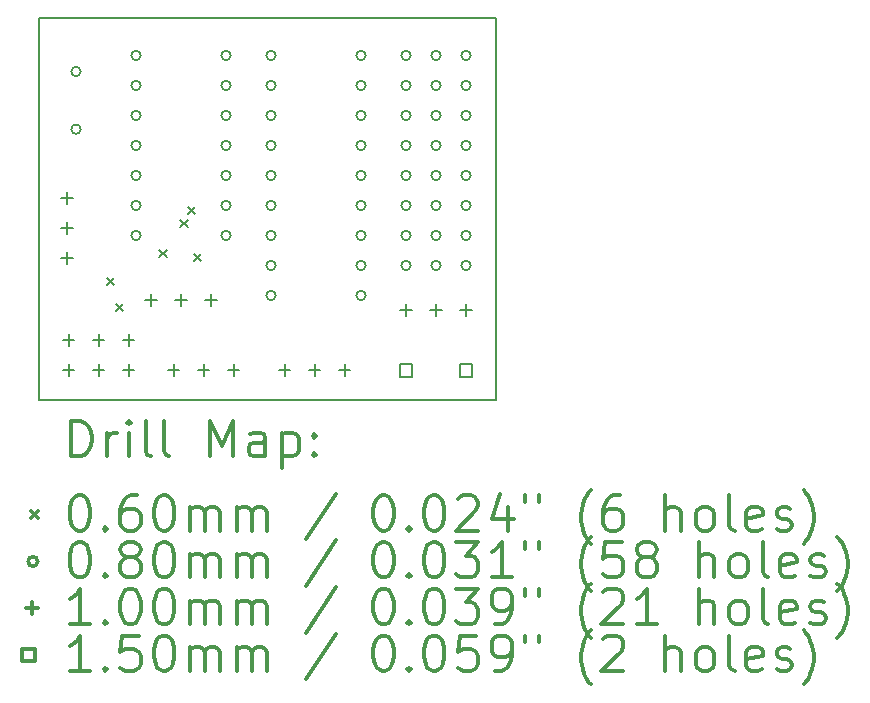
<source format=gbr>
%FSLAX45Y45*%
G04 Gerber Fmt 4.5, Leading zero omitted, Abs format (unit mm)*
G04 Created by KiCad (PCBNEW (5.0.2)-1) date 23/12/2018 14:50:54*
%MOMM*%
%LPD*%
G01*
G04 APERTURE LIST*
%ADD10C,0.150000*%
%ADD11C,0.200000*%
%ADD12C,0.300000*%
G04 APERTURE END LIST*
D10*
X13335000Y-12065000D02*
X13335000Y-8826500D01*
X17208500Y-12065000D02*
X17208500Y-8826500D01*
X17208500Y-8826500D02*
X13335000Y-8826500D01*
X13335000Y-12065000D02*
X17208500Y-12065000D01*
D11*
X13914600Y-11029700D02*
X13974600Y-11089700D01*
X13974600Y-11029700D02*
X13914600Y-11089700D01*
X13990800Y-11247600D02*
X14050800Y-11307600D01*
X14050800Y-11247600D02*
X13990800Y-11307600D01*
X14359100Y-10790401D02*
X14419100Y-10850401D01*
X14419100Y-10790401D02*
X14359100Y-10850401D01*
X14536900Y-10536400D02*
X14596900Y-10596400D01*
X14596900Y-10536400D02*
X14536900Y-10596400D01*
X14601468Y-10426257D02*
X14661468Y-10486257D01*
X14661468Y-10426257D02*
X14601468Y-10486257D01*
X14651200Y-10828500D02*
X14711200Y-10888500D01*
X14711200Y-10828500D02*
X14651200Y-10888500D01*
X16994500Y-9144000D02*
G75*
G03X16994500Y-9144000I-40000J0D01*
G01*
X16994500Y-9398000D02*
G75*
G03X16994500Y-9398000I-40000J0D01*
G01*
X16994500Y-9652000D02*
G75*
G03X16994500Y-9652000I-40000J0D01*
G01*
X16994500Y-9906000D02*
G75*
G03X16994500Y-9906000I-40000J0D01*
G01*
X16994500Y-10160000D02*
G75*
G03X16994500Y-10160000I-40000J0D01*
G01*
X16994500Y-10414000D02*
G75*
G03X16994500Y-10414000I-40000J0D01*
G01*
X16994500Y-10668000D02*
G75*
G03X16994500Y-10668000I-40000J0D01*
G01*
X16994500Y-10922000D02*
G75*
G03X16994500Y-10922000I-40000J0D01*
G01*
X16740500Y-9144000D02*
G75*
G03X16740500Y-9144000I-40000J0D01*
G01*
X16740500Y-9398000D02*
G75*
G03X16740500Y-9398000I-40000J0D01*
G01*
X16740500Y-9652000D02*
G75*
G03X16740500Y-9652000I-40000J0D01*
G01*
X16740500Y-9906000D02*
G75*
G03X16740500Y-9906000I-40000J0D01*
G01*
X16740500Y-10160000D02*
G75*
G03X16740500Y-10160000I-40000J0D01*
G01*
X16740500Y-10414000D02*
G75*
G03X16740500Y-10414000I-40000J0D01*
G01*
X16740500Y-10668000D02*
G75*
G03X16740500Y-10668000I-40000J0D01*
G01*
X16740500Y-10922000D02*
G75*
G03X16740500Y-10922000I-40000J0D01*
G01*
X14200500Y-9144000D02*
G75*
G03X14200500Y-9144000I-40000J0D01*
G01*
X14200500Y-9398000D02*
G75*
G03X14200500Y-9398000I-40000J0D01*
G01*
X14200500Y-9652000D02*
G75*
G03X14200500Y-9652000I-40000J0D01*
G01*
X14200500Y-9906000D02*
G75*
G03X14200500Y-9906000I-40000J0D01*
G01*
X14200500Y-10160000D02*
G75*
G03X14200500Y-10160000I-40000J0D01*
G01*
X14200500Y-10414000D02*
G75*
G03X14200500Y-10414000I-40000J0D01*
G01*
X14200500Y-10668000D02*
G75*
G03X14200500Y-10668000I-40000J0D01*
G01*
X14962500Y-9144000D02*
G75*
G03X14962500Y-9144000I-40000J0D01*
G01*
X14962500Y-9398000D02*
G75*
G03X14962500Y-9398000I-40000J0D01*
G01*
X14962500Y-9652000D02*
G75*
G03X14962500Y-9652000I-40000J0D01*
G01*
X14962500Y-9906000D02*
G75*
G03X14962500Y-9906000I-40000J0D01*
G01*
X14962500Y-10160000D02*
G75*
G03X14962500Y-10160000I-40000J0D01*
G01*
X14962500Y-10414000D02*
G75*
G03X14962500Y-10414000I-40000J0D01*
G01*
X14962500Y-10668000D02*
G75*
G03X14962500Y-10668000I-40000J0D01*
G01*
X16486500Y-9144000D02*
G75*
G03X16486500Y-9144000I-40000J0D01*
G01*
X16486500Y-9398000D02*
G75*
G03X16486500Y-9398000I-40000J0D01*
G01*
X16486500Y-9652000D02*
G75*
G03X16486500Y-9652000I-40000J0D01*
G01*
X16486500Y-9906000D02*
G75*
G03X16486500Y-9906000I-40000J0D01*
G01*
X16486500Y-10160000D02*
G75*
G03X16486500Y-10160000I-40000J0D01*
G01*
X16486500Y-10414000D02*
G75*
G03X16486500Y-10414000I-40000J0D01*
G01*
X16486500Y-10668000D02*
G75*
G03X16486500Y-10668000I-40000J0D01*
G01*
X16486500Y-10922000D02*
G75*
G03X16486500Y-10922000I-40000J0D01*
G01*
X13692500Y-9281000D02*
G75*
G03X13692500Y-9281000I-40000J0D01*
G01*
X13692500Y-9769000D02*
G75*
G03X13692500Y-9769000I-40000J0D01*
G01*
X15343500Y-9144000D02*
G75*
G03X15343500Y-9144000I-40000J0D01*
G01*
X15343500Y-9398000D02*
G75*
G03X15343500Y-9398000I-40000J0D01*
G01*
X15343500Y-9652000D02*
G75*
G03X15343500Y-9652000I-40000J0D01*
G01*
X15343500Y-9906000D02*
G75*
G03X15343500Y-9906000I-40000J0D01*
G01*
X15343500Y-10160000D02*
G75*
G03X15343500Y-10160000I-40000J0D01*
G01*
X15343500Y-10414000D02*
G75*
G03X15343500Y-10414000I-40000J0D01*
G01*
X15343500Y-10668000D02*
G75*
G03X15343500Y-10668000I-40000J0D01*
G01*
X15343500Y-10922000D02*
G75*
G03X15343500Y-10922000I-40000J0D01*
G01*
X15343500Y-11176000D02*
G75*
G03X15343500Y-11176000I-40000J0D01*
G01*
X16105500Y-9144000D02*
G75*
G03X16105500Y-9144000I-40000J0D01*
G01*
X16105500Y-9398000D02*
G75*
G03X16105500Y-9398000I-40000J0D01*
G01*
X16105500Y-9652000D02*
G75*
G03X16105500Y-9652000I-40000J0D01*
G01*
X16105500Y-9906000D02*
G75*
G03X16105500Y-9906000I-40000J0D01*
G01*
X16105500Y-10160000D02*
G75*
G03X16105500Y-10160000I-40000J0D01*
G01*
X16105500Y-10414000D02*
G75*
G03X16105500Y-10414000I-40000J0D01*
G01*
X16105500Y-10668000D02*
G75*
G03X16105500Y-10668000I-40000J0D01*
G01*
X16105500Y-10922000D02*
G75*
G03X16105500Y-10922000I-40000J0D01*
G01*
X16105500Y-11176000D02*
G75*
G03X16105500Y-11176000I-40000J0D01*
G01*
X14478000Y-11761000D02*
X14478000Y-11861000D01*
X14428000Y-11811000D02*
X14528000Y-11811000D01*
X14732000Y-11761000D02*
X14732000Y-11861000D01*
X14682000Y-11811000D02*
X14782000Y-11811000D01*
X14986000Y-11761000D02*
X14986000Y-11861000D01*
X14936000Y-11811000D02*
X15036000Y-11811000D01*
X13576300Y-10300500D02*
X13576300Y-10400500D01*
X13526300Y-10350500D02*
X13626300Y-10350500D01*
X13576300Y-10554500D02*
X13576300Y-10654500D01*
X13526300Y-10604500D02*
X13626300Y-10604500D01*
X13576300Y-10808500D02*
X13576300Y-10908500D01*
X13526300Y-10858500D02*
X13626300Y-10858500D01*
X14287500Y-11164100D02*
X14287500Y-11264100D01*
X14237500Y-11214100D02*
X14337500Y-11214100D01*
X14541500Y-11164100D02*
X14541500Y-11264100D01*
X14491500Y-11214100D02*
X14591500Y-11214100D01*
X14795500Y-11164100D02*
X14795500Y-11264100D01*
X14745500Y-11214100D02*
X14845500Y-11214100D01*
X16446500Y-11253000D02*
X16446500Y-11353000D01*
X16396500Y-11303000D02*
X16496500Y-11303000D01*
X16700500Y-11253000D02*
X16700500Y-11353000D01*
X16650500Y-11303000D02*
X16750500Y-11303000D01*
X16954500Y-11253000D02*
X16954500Y-11353000D01*
X16904500Y-11303000D02*
X17004500Y-11303000D01*
X15417800Y-11761000D02*
X15417800Y-11861000D01*
X15367800Y-11811000D02*
X15467800Y-11811000D01*
X15671800Y-11761000D02*
X15671800Y-11861000D01*
X15621800Y-11811000D02*
X15721800Y-11811000D01*
X15925800Y-11761000D02*
X15925800Y-11861000D01*
X15875800Y-11811000D02*
X15975800Y-11811000D01*
X13589000Y-11507000D02*
X13589000Y-11607000D01*
X13539000Y-11557000D02*
X13639000Y-11557000D01*
X13589000Y-11761000D02*
X13589000Y-11861000D01*
X13539000Y-11811000D02*
X13639000Y-11811000D01*
X13843000Y-11507000D02*
X13843000Y-11607000D01*
X13793000Y-11557000D02*
X13893000Y-11557000D01*
X13843000Y-11761000D02*
X13843000Y-11861000D01*
X13793000Y-11811000D02*
X13893000Y-11811000D01*
X14097000Y-11507000D02*
X14097000Y-11607000D01*
X14047000Y-11557000D02*
X14147000Y-11557000D01*
X14097000Y-11761000D02*
X14097000Y-11861000D01*
X14047000Y-11811000D02*
X14147000Y-11811000D01*
X16499533Y-11864033D02*
X16499533Y-11757966D01*
X16393466Y-11757966D01*
X16393466Y-11864033D01*
X16499533Y-11864033D01*
X17007534Y-11864033D02*
X17007534Y-11757966D01*
X16901467Y-11757966D01*
X16901467Y-11864033D01*
X17007534Y-11864033D01*
D12*
X13613928Y-12538214D02*
X13613928Y-12238214D01*
X13685357Y-12238214D01*
X13728214Y-12252500D01*
X13756786Y-12281071D01*
X13771071Y-12309643D01*
X13785357Y-12366786D01*
X13785357Y-12409643D01*
X13771071Y-12466786D01*
X13756786Y-12495357D01*
X13728214Y-12523929D01*
X13685357Y-12538214D01*
X13613928Y-12538214D01*
X13913928Y-12538214D02*
X13913928Y-12338214D01*
X13913928Y-12395357D02*
X13928214Y-12366786D01*
X13942500Y-12352500D01*
X13971071Y-12338214D01*
X13999643Y-12338214D01*
X14099643Y-12538214D02*
X14099643Y-12338214D01*
X14099643Y-12238214D02*
X14085357Y-12252500D01*
X14099643Y-12266786D01*
X14113928Y-12252500D01*
X14099643Y-12238214D01*
X14099643Y-12266786D01*
X14285357Y-12538214D02*
X14256786Y-12523929D01*
X14242500Y-12495357D01*
X14242500Y-12238214D01*
X14442500Y-12538214D02*
X14413928Y-12523929D01*
X14399643Y-12495357D01*
X14399643Y-12238214D01*
X14785357Y-12538214D02*
X14785357Y-12238214D01*
X14885357Y-12452500D01*
X14985357Y-12238214D01*
X14985357Y-12538214D01*
X15256786Y-12538214D02*
X15256786Y-12381071D01*
X15242500Y-12352500D01*
X15213928Y-12338214D01*
X15156786Y-12338214D01*
X15128214Y-12352500D01*
X15256786Y-12523929D02*
X15228214Y-12538214D01*
X15156786Y-12538214D01*
X15128214Y-12523929D01*
X15113928Y-12495357D01*
X15113928Y-12466786D01*
X15128214Y-12438214D01*
X15156786Y-12423929D01*
X15228214Y-12423929D01*
X15256786Y-12409643D01*
X15399643Y-12338214D02*
X15399643Y-12638214D01*
X15399643Y-12352500D02*
X15428214Y-12338214D01*
X15485357Y-12338214D01*
X15513928Y-12352500D01*
X15528214Y-12366786D01*
X15542500Y-12395357D01*
X15542500Y-12481071D01*
X15528214Y-12509643D01*
X15513928Y-12523929D01*
X15485357Y-12538214D01*
X15428214Y-12538214D01*
X15399643Y-12523929D01*
X15671071Y-12509643D02*
X15685357Y-12523929D01*
X15671071Y-12538214D01*
X15656786Y-12523929D01*
X15671071Y-12509643D01*
X15671071Y-12538214D01*
X15671071Y-12352500D02*
X15685357Y-12366786D01*
X15671071Y-12381071D01*
X15656786Y-12366786D01*
X15671071Y-12352500D01*
X15671071Y-12381071D01*
X13267500Y-13002500D02*
X13327500Y-13062500D01*
X13327500Y-13002500D02*
X13267500Y-13062500D01*
X13671071Y-12868214D02*
X13699643Y-12868214D01*
X13728214Y-12882500D01*
X13742500Y-12896786D01*
X13756786Y-12925357D01*
X13771071Y-12982500D01*
X13771071Y-13053929D01*
X13756786Y-13111071D01*
X13742500Y-13139643D01*
X13728214Y-13153929D01*
X13699643Y-13168214D01*
X13671071Y-13168214D01*
X13642500Y-13153929D01*
X13628214Y-13139643D01*
X13613928Y-13111071D01*
X13599643Y-13053929D01*
X13599643Y-12982500D01*
X13613928Y-12925357D01*
X13628214Y-12896786D01*
X13642500Y-12882500D01*
X13671071Y-12868214D01*
X13899643Y-13139643D02*
X13913928Y-13153929D01*
X13899643Y-13168214D01*
X13885357Y-13153929D01*
X13899643Y-13139643D01*
X13899643Y-13168214D01*
X14171071Y-12868214D02*
X14113928Y-12868214D01*
X14085357Y-12882500D01*
X14071071Y-12896786D01*
X14042500Y-12939643D01*
X14028214Y-12996786D01*
X14028214Y-13111071D01*
X14042500Y-13139643D01*
X14056786Y-13153929D01*
X14085357Y-13168214D01*
X14142500Y-13168214D01*
X14171071Y-13153929D01*
X14185357Y-13139643D01*
X14199643Y-13111071D01*
X14199643Y-13039643D01*
X14185357Y-13011071D01*
X14171071Y-12996786D01*
X14142500Y-12982500D01*
X14085357Y-12982500D01*
X14056786Y-12996786D01*
X14042500Y-13011071D01*
X14028214Y-13039643D01*
X14385357Y-12868214D02*
X14413928Y-12868214D01*
X14442500Y-12882500D01*
X14456786Y-12896786D01*
X14471071Y-12925357D01*
X14485357Y-12982500D01*
X14485357Y-13053929D01*
X14471071Y-13111071D01*
X14456786Y-13139643D01*
X14442500Y-13153929D01*
X14413928Y-13168214D01*
X14385357Y-13168214D01*
X14356786Y-13153929D01*
X14342500Y-13139643D01*
X14328214Y-13111071D01*
X14313928Y-13053929D01*
X14313928Y-12982500D01*
X14328214Y-12925357D01*
X14342500Y-12896786D01*
X14356786Y-12882500D01*
X14385357Y-12868214D01*
X14613928Y-13168214D02*
X14613928Y-12968214D01*
X14613928Y-12996786D02*
X14628214Y-12982500D01*
X14656786Y-12968214D01*
X14699643Y-12968214D01*
X14728214Y-12982500D01*
X14742500Y-13011071D01*
X14742500Y-13168214D01*
X14742500Y-13011071D02*
X14756786Y-12982500D01*
X14785357Y-12968214D01*
X14828214Y-12968214D01*
X14856786Y-12982500D01*
X14871071Y-13011071D01*
X14871071Y-13168214D01*
X15013928Y-13168214D02*
X15013928Y-12968214D01*
X15013928Y-12996786D02*
X15028214Y-12982500D01*
X15056786Y-12968214D01*
X15099643Y-12968214D01*
X15128214Y-12982500D01*
X15142500Y-13011071D01*
X15142500Y-13168214D01*
X15142500Y-13011071D02*
X15156786Y-12982500D01*
X15185357Y-12968214D01*
X15228214Y-12968214D01*
X15256786Y-12982500D01*
X15271071Y-13011071D01*
X15271071Y-13168214D01*
X15856786Y-12853929D02*
X15599643Y-13239643D01*
X16242500Y-12868214D02*
X16271071Y-12868214D01*
X16299643Y-12882500D01*
X16313928Y-12896786D01*
X16328214Y-12925357D01*
X16342500Y-12982500D01*
X16342500Y-13053929D01*
X16328214Y-13111071D01*
X16313928Y-13139643D01*
X16299643Y-13153929D01*
X16271071Y-13168214D01*
X16242500Y-13168214D01*
X16213928Y-13153929D01*
X16199643Y-13139643D01*
X16185357Y-13111071D01*
X16171071Y-13053929D01*
X16171071Y-12982500D01*
X16185357Y-12925357D01*
X16199643Y-12896786D01*
X16213928Y-12882500D01*
X16242500Y-12868214D01*
X16471071Y-13139643D02*
X16485357Y-13153929D01*
X16471071Y-13168214D01*
X16456786Y-13153929D01*
X16471071Y-13139643D01*
X16471071Y-13168214D01*
X16671071Y-12868214D02*
X16699643Y-12868214D01*
X16728214Y-12882500D01*
X16742500Y-12896786D01*
X16756786Y-12925357D01*
X16771071Y-12982500D01*
X16771071Y-13053929D01*
X16756786Y-13111071D01*
X16742500Y-13139643D01*
X16728214Y-13153929D01*
X16699643Y-13168214D01*
X16671071Y-13168214D01*
X16642500Y-13153929D01*
X16628214Y-13139643D01*
X16613928Y-13111071D01*
X16599643Y-13053929D01*
X16599643Y-12982500D01*
X16613928Y-12925357D01*
X16628214Y-12896786D01*
X16642500Y-12882500D01*
X16671071Y-12868214D01*
X16885357Y-12896786D02*
X16899643Y-12882500D01*
X16928214Y-12868214D01*
X16999643Y-12868214D01*
X17028214Y-12882500D01*
X17042500Y-12896786D01*
X17056786Y-12925357D01*
X17056786Y-12953929D01*
X17042500Y-12996786D01*
X16871071Y-13168214D01*
X17056786Y-13168214D01*
X17313928Y-12968214D02*
X17313928Y-13168214D01*
X17242500Y-12853929D02*
X17171071Y-13068214D01*
X17356786Y-13068214D01*
X17456786Y-12868214D02*
X17456786Y-12925357D01*
X17571071Y-12868214D02*
X17571071Y-12925357D01*
X18013928Y-13282500D02*
X17999643Y-13268214D01*
X17971071Y-13225357D01*
X17956786Y-13196786D01*
X17942500Y-13153929D01*
X17928214Y-13082500D01*
X17928214Y-13025357D01*
X17942500Y-12953929D01*
X17956786Y-12911071D01*
X17971071Y-12882500D01*
X17999643Y-12839643D01*
X18013928Y-12825357D01*
X18256786Y-12868214D02*
X18199643Y-12868214D01*
X18171071Y-12882500D01*
X18156786Y-12896786D01*
X18128214Y-12939643D01*
X18113928Y-12996786D01*
X18113928Y-13111071D01*
X18128214Y-13139643D01*
X18142500Y-13153929D01*
X18171071Y-13168214D01*
X18228214Y-13168214D01*
X18256786Y-13153929D01*
X18271071Y-13139643D01*
X18285357Y-13111071D01*
X18285357Y-13039643D01*
X18271071Y-13011071D01*
X18256786Y-12996786D01*
X18228214Y-12982500D01*
X18171071Y-12982500D01*
X18142500Y-12996786D01*
X18128214Y-13011071D01*
X18113928Y-13039643D01*
X18642500Y-13168214D02*
X18642500Y-12868214D01*
X18771071Y-13168214D02*
X18771071Y-13011071D01*
X18756786Y-12982500D01*
X18728214Y-12968214D01*
X18685357Y-12968214D01*
X18656786Y-12982500D01*
X18642500Y-12996786D01*
X18956786Y-13168214D02*
X18928214Y-13153929D01*
X18913928Y-13139643D01*
X18899643Y-13111071D01*
X18899643Y-13025357D01*
X18913928Y-12996786D01*
X18928214Y-12982500D01*
X18956786Y-12968214D01*
X18999643Y-12968214D01*
X19028214Y-12982500D01*
X19042500Y-12996786D01*
X19056786Y-13025357D01*
X19056786Y-13111071D01*
X19042500Y-13139643D01*
X19028214Y-13153929D01*
X18999643Y-13168214D01*
X18956786Y-13168214D01*
X19228214Y-13168214D02*
X19199643Y-13153929D01*
X19185357Y-13125357D01*
X19185357Y-12868214D01*
X19456786Y-13153929D02*
X19428214Y-13168214D01*
X19371071Y-13168214D01*
X19342500Y-13153929D01*
X19328214Y-13125357D01*
X19328214Y-13011071D01*
X19342500Y-12982500D01*
X19371071Y-12968214D01*
X19428214Y-12968214D01*
X19456786Y-12982500D01*
X19471071Y-13011071D01*
X19471071Y-13039643D01*
X19328214Y-13068214D01*
X19585357Y-13153929D02*
X19613928Y-13168214D01*
X19671071Y-13168214D01*
X19699643Y-13153929D01*
X19713928Y-13125357D01*
X19713928Y-13111071D01*
X19699643Y-13082500D01*
X19671071Y-13068214D01*
X19628214Y-13068214D01*
X19599643Y-13053929D01*
X19585357Y-13025357D01*
X19585357Y-13011071D01*
X19599643Y-12982500D01*
X19628214Y-12968214D01*
X19671071Y-12968214D01*
X19699643Y-12982500D01*
X19813928Y-13282500D02*
X19828214Y-13268214D01*
X19856786Y-13225357D01*
X19871071Y-13196786D01*
X19885357Y-13153929D01*
X19899643Y-13082500D01*
X19899643Y-13025357D01*
X19885357Y-12953929D01*
X19871071Y-12911071D01*
X19856786Y-12882500D01*
X19828214Y-12839643D01*
X19813928Y-12825357D01*
X13327500Y-13428500D02*
G75*
G03X13327500Y-13428500I-40000J0D01*
G01*
X13671071Y-13264214D02*
X13699643Y-13264214D01*
X13728214Y-13278500D01*
X13742500Y-13292786D01*
X13756786Y-13321357D01*
X13771071Y-13378500D01*
X13771071Y-13449929D01*
X13756786Y-13507071D01*
X13742500Y-13535643D01*
X13728214Y-13549929D01*
X13699643Y-13564214D01*
X13671071Y-13564214D01*
X13642500Y-13549929D01*
X13628214Y-13535643D01*
X13613928Y-13507071D01*
X13599643Y-13449929D01*
X13599643Y-13378500D01*
X13613928Y-13321357D01*
X13628214Y-13292786D01*
X13642500Y-13278500D01*
X13671071Y-13264214D01*
X13899643Y-13535643D02*
X13913928Y-13549929D01*
X13899643Y-13564214D01*
X13885357Y-13549929D01*
X13899643Y-13535643D01*
X13899643Y-13564214D01*
X14085357Y-13392786D02*
X14056786Y-13378500D01*
X14042500Y-13364214D01*
X14028214Y-13335643D01*
X14028214Y-13321357D01*
X14042500Y-13292786D01*
X14056786Y-13278500D01*
X14085357Y-13264214D01*
X14142500Y-13264214D01*
X14171071Y-13278500D01*
X14185357Y-13292786D01*
X14199643Y-13321357D01*
X14199643Y-13335643D01*
X14185357Y-13364214D01*
X14171071Y-13378500D01*
X14142500Y-13392786D01*
X14085357Y-13392786D01*
X14056786Y-13407071D01*
X14042500Y-13421357D01*
X14028214Y-13449929D01*
X14028214Y-13507071D01*
X14042500Y-13535643D01*
X14056786Y-13549929D01*
X14085357Y-13564214D01*
X14142500Y-13564214D01*
X14171071Y-13549929D01*
X14185357Y-13535643D01*
X14199643Y-13507071D01*
X14199643Y-13449929D01*
X14185357Y-13421357D01*
X14171071Y-13407071D01*
X14142500Y-13392786D01*
X14385357Y-13264214D02*
X14413928Y-13264214D01*
X14442500Y-13278500D01*
X14456786Y-13292786D01*
X14471071Y-13321357D01*
X14485357Y-13378500D01*
X14485357Y-13449929D01*
X14471071Y-13507071D01*
X14456786Y-13535643D01*
X14442500Y-13549929D01*
X14413928Y-13564214D01*
X14385357Y-13564214D01*
X14356786Y-13549929D01*
X14342500Y-13535643D01*
X14328214Y-13507071D01*
X14313928Y-13449929D01*
X14313928Y-13378500D01*
X14328214Y-13321357D01*
X14342500Y-13292786D01*
X14356786Y-13278500D01*
X14385357Y-13264214D01*
X14613928Y-13564214D02*
X14613928Y-13364214D01*
X14613928Y-13392786D02*
X14628214Y-13378500D01*
X14656786Y-13364214D01*
X14699643Y-13364214D01*
X14728214Y-13378500D01*
X14742500Y-13407071D01*
X14742500Y-13564214D01*
X14742500Y-13407071D02*
X14756786Y-13378500D01*
X14785357Y-13364214D01*
X14828214Y-13364214D01*
X14856786Y-13378500D01*
X14871071Y-13407071D01*
X14871071Y-13564214D01*
X15013928Y-13564214D02*
X15013928Y-13364214D01*
X15013928Y-13392786D02*
X15028214Y-13378500D01*
X15056786Y-13364214D01*
X15099643Y-13364214D01*
X15128214Y-13378500D01*
X15142500Y-13407071D01*
X15142500Y-13564214D01*
X15142500Y-13407071D02*
X15156786Y-13378500D01*
X15185357Y-13364214D01*
X15228214Y-13364214D01*
X15256786Y-13378500D01*
X15271071Y-13407071D01*
X15271071Y-13564214D01*
X15856786Y-13249929D02*
X15599643Y-13635643D01*
X16242500Y-13264214D02*
X16271071Y-13264214D01*
X16299643Y-13278500D01*
X16313928Y-13292786D01*
X16328214Y-13321357D01*
X16342500Y-13378500D01*
X16342500Y-13449929D01*
X16328214Y-13507071D01*
X16313928Y-13535643D01*
X16299643Y-13549929D01*
X16271071Y-13564214D01*
X16242500Y-13564214D01*
X16213928Y-13549929D01*
X16199643Y-13535643D01*
X16185357Y-13507071D01*
X16171071Y-13449929D01*
X16171071Y-13378500D01*
X16185357Y-13321357D01*
X16199643Y-13292786D01*
X16213928Y-13278500D01*
X16242500Y-13264214D01*
X16471071Y-13535643D02*
X16485357Y-13549929D01*
X16471071Y-13564214D01*
X16456786Y-13549929D01*
X16471071Y-13535643D01*
X16471071Y-13564214D01*
X16671071Y-13264214D02*
X16699643Y-13264214D01*
X16728214Y-13278500D01*
X16742500Y-13292786D01*
X16756786Y-13321357D01*
X16771071Y-13378500D01*
X16771071Y-13449929D01*
X16756786Y-13507071D01*
X16742500Y-13535643D01*
X16728214Y-13549929D01*
X16699643Y-13564214D01*
X16671071Y-13564214D01*
X16642500Y-13549929D01*
X16628214Y-13535643D01*
X16613928Y-13507071D01*
X16599643Y-13449929D01*
X16599643Y-13378500D01*
X16613928Y-13321357D01*
X16628214Y-13292786D01*
X16642500Y-13278500D01*
X16671071Y-13264214D01*
X16871071Y-13264214D02*
X17056786Y-13264214D01*
X16956786Y-13378500D01*
X16999643Y-13378500D01*
X17028214Y-13392786D01*
X17042500Y-13407071D01*
X17056786Y-13435643D01*
X17056786Y-13507071D01*
X17042500Y-13535643D01*
X17028214Y-13549929D01*
X16999643Y-13564214D01*
X16913928Y-13564214D01*
X16885357Y-13549929D01*
X16871071Y-13535643D01*
X17342500Y-13564214D02*
X17171071Y-13564214D01*
X17256786Y-13564214D02*
X17256786Y-13264214D01*
X17228214Y-13307071D01*
X17199643Y-13335643D01*
X17171071Y-13349929D01*
X17456786Y-13264214D02*
X17456786Y-13321357D01*
X17571071Y-13264214D02*
X17571071Y-13321357D01*
X18013928Y-13678500D02*
X17999643Y-13664214D01*
X17971071Y-13621357D01*
X17956786Y-13592786D01*
X17942500Y-13549929D01*
X17928214Y-13478500D01*
X17928214Y-13421357D01*
X17942500Y-13349929D01*
X17956786Y-13307071D01*
X17971071Y-13278500D01*
X17999643Y-13235643D01*
X18013928Y-13221357D01*
X18271071Y-13264214D02*
X18128214Y-13264214D01*
X18113928Y-13407071D01*
X18128214Y-13392786D01*
X18156786Y-13378500D01*
X18228214Y-13378500D01*
X18256786Y-13392786D01*
X18271071Y-13407071D01*
X18285357Y-13435643D01*
X18285357Y-13507071D01*
X18271071Y-13535643D01*
X18256786Y-13549929D01*
X18228214Y-13564214D01*
X18156786Y-13564214D01*
X18128214Y-13549929D01*
X18113928Y-13535643D01*
X18456786Y-13392786D02*
X18428214Y-13378500D01*
X18413928Y-13364214D01*
X18399643Y-13335643D01*
X18399643Y-13321357D01*
X18413928Y-13292786D01*
X18428214Y-13278500D01*
X18456786Y-13264214D01*
X18513928Y-13264214D01*
X18542500Y-13278500D01*
X18556786Y-13292786D01*
X18571071Y-13321357D01*
X18571071Y-13335643D01*
X18556786Y-13364214D01*
X18542500Y-13378500D01*
X18513928Y-13392786D01*
X18456786Y-13392786D01*
X18428214Y-13407071D01*
X18413928Y-13421357D01*
X18399643Y-13449929D01*
X18399643Y-13507071D01*
X18413928Y-13535643D01*
X18428214Y-13549929D01*
X18456786Y-13564214D01*
X18513928Y-13564214D01*
X18542500Y-13549929D01*
X18556786Y-13535643D01*
X18571071Y-13507071D01*
X18571071Y-13449929D01*
X18556786Y-13421357D01*
X18542500Y-13407071D01*
X18513928Y-13392786D01*
X18928214Y-13564214D02*
X18928214Y-13264214D01*
X19056786Y-13564214D02*
X19056786Y-13407071D01*
X19042500Y-13378500D01*
X19013928Y-13364214D01*
X18971071Y-13364214D01*
X18942500Y-13378500D01*
X18928214Y-13392786D01*
X19242500Y-13564214D02*
X19213928Y-13549929D01*
X19199643Y-13535643D01*
X19185357Y-13507071D01*
X19185357Y-13421357D01*
X19199643Y-13392786D01*
X19213928Y-13378500D01*
X19242500Y-13364214D01*
X19285357Y-13364214D01*
X19313928Y-13378500D01*
X19328214Y-13392786D01*
X19342500Y-13421357D01*
X19342500Y-13507071D01*
X19328214Y-13535643D01*
X19313928Y-13549929D01*
X19285357Y-13564214D01*
X19242500Y-13564214D01*
X19513928Y-13564214D02*
X19485357Y-13549929D01*
X19471071Y-13521357D01*
X19471071Y-13264214D01*
X19742500Y-13549929D02*
X19713928Y-13564214D01*
X19656786Y-13564214D01*
X19628214Y-13549929D01*
X19613928Y-13521357D01*
X19613928Y-13407071D01*
X19628214Y-13378500D01*
X19656786Y-13364214D01*
X19713928Y-13364214D01*
X19742500Y-13378500D01*
X19756786Y-13407071D01*
X19756786Y-13435643D01*
X19613928Y-13464214D01*
X19871071Y-13549929D02*
X19899643Y-13564214D01*
X19956786Y-13564214D01*
X19985357Y-13549929D01*
X19999643Y-13521357D01*
X19999643Y-13507071D01*
X19985357Y-13478500D01*
X19956786Y-13464214D01*
X19913928Y-13464214D01*
X19885357Y-13449929D01*
X19871071Y-13421357D01*
X19871071Y-13407071D01*
X19885357Y-13378500D01*
X19913928Y-13364214D01*
X19956786Y-13364214D01*
X19985357Y-13378500D01*
X20099643Y-13678500D02*
X20113928Y-13664214D01*
X20142500Y-13621357D01*
X20156786Y-13592786D01*
X20171071Y-13549929D01*
X20185357Y-13478500D01*
X20185357Y-13421357D01*
X20171071Y-13349929D01*
X20156786Y-13307071D01*
X20142500Y-13278500D01*
X20113928Y-13235643D01*
X20099643Y-13221357D01*
X13277500Y-13774500D02*
X13277500Y-13874500D01*
X13227500Y-13824500D02*
X13327500Y-13824500D01*
X13771071Y-13960214D02*
X13599643Y-13960214D01*
X13685357Y-13960214D02*
X13685357Y-13660214D01*
X13656786Y-13703071D01*
X13628214Y-13731643D01*
X13599643Y-13745929D01*
X13899643Y-13931643D02*
X13913928Y-13945929D01*
X13899643Y-13960214D01*
X13885357Y-13945929D01*
X13899643Y-13931643D01*
X13899643Y-13960214D01*
X14099643Y-13660214D02*
X14128214Y-13660214D01*
X14156786Y-13674500D01*
X14171071Y-13688786D01*
X14185357Y-13717357D01*
X14199643Y-13774500D01*
X14199643Y-13845929D01*
X14185357Y-13903071D01*
X14171071Y-13931643D01*
X14156786Y-13945929D01*
X14128214Y-13960214D01*
X14099643Y-13960214D01*
X14071071Y-13945929D01*
X14056786Y-13931643D01*
X14042500Y-13903071D01*
X14028214Y-13845929D01*
X14028214Y-13774500D01*
X14042500Y-13717357D01*
X14056786Y-13688786D01*
X14071071Y-13674500D01*
X14099643Y-13660214D01*
X14385357Y-13660214D02*
X14413928Y-13660214D01*
X14442500Y-13674500D01*
X14456786Y-13688786D01*
X14471071Y-13717357D01*
X14485357Y-13774500D01*
X14485357Y-13845929D01*
X14471071Y-13903071D01*
X14456786Y-13931643D01*
X14442500Y-13945929D01*
X14413928Y-13960214D01*
X14385357Y-13960214D01*
X14356786Y-13945929D01*
X14342500Y-13931643D01*
X14328214Y-13903071D01*
X14313928Y-13845929D01*
X14313928Y-13774500D01*
X14328214Y-13717357D01*
X14342500Y-13688786D01*
X14356786Y-13674500D01*
X14385357Y-13660214D01*
X14613928Y-13960214D02*
X14613928Y-13760214D01*
X14613928Y-13788786D02*
X14628214Y-13774500D01*
X14656786Y-13760214D01*
X14699643Y-13760214D01*
X14728214Y-13774500D01*
X14742500Y-13803071D01*
X14742500Y-13960214D01*
X14742500Y-13803071D02*
X14756786Y-13774500D01*
X14785357Y-13760214D01*
X14828214Y-13760214D01*
X14856786Y-13774500D01*
X14871071Y-13803071D01*
X14871071Y-13960214D01*
X15013928Y-13960214D02*
X15013928Y-13760214D01*
X15013928Y-13788786D02*
X15028214Y-13774500D01*
X15056786Y-13760214D01*
X15099643Y-13760214D01*
X15128214Y-13774500D01*
X15142500Y-13803071D01*
X15142500Y-13960214D01*
X15142500Y-13803071D02*
X15156786Y-13774500D01*
X15185357Y-13760214D01*
X15228214Y-13760214D01*
X15256786Y-13774500D01*
X15271071Y-13803071D01*
X15271071Y-13960214D01*
X15856786Y-13645929D02*
X15599643Y-14031643D01*
X16242500Y-13660214D02*
X16271071Y-13660214D01*
X16299643Y-13674500D01*
X16313928Y-13688786D01*
X16328214Y-13717357D01*
X16342500Y-13774500D01*
X16342500Y-13845929D01*
X16328214Y-13903071D01*
X16313928Y-13931643D01*
X16299643Y-13945929D01*
X16271071Y-13960214D01*
X16242500Y-13960214D01*
X16213928Y-13945929D01*
X16199643Y-13931643D01*
X16185357Y-13903071D01*
X16171071Y-13845929D01*
X16171071Y-13774500D01*
X16185357Y-13717357D01*
X16199643Y-13688786D01*
X16213928Y-13674500D01*
X16242500Y-13660214D01*
X16471071Y-13931643D02*
X16485357Y-13945929D01*
X16471071Y-13960214D01*
X16456786Y-13945929D01*
X16471071Y-13931643D01*
X16471071Y-13960214D01*
X16671071Y-13660214D02*
X16699643Y-13660214D01*
X16728214Y-13674500D01*
X16742500Y-13688786D01*
X16756786Y-13717357D01*
X16771071Y-13774500D01*
X16771071Y-13845929D01*
X16756786Y-13903071D01*
X16742500Y-13931643D01*
X16728214Y-13945929D01*
X16699643Y-13960214D01*
X16671071Y-13960214D01*
X16642500Y-13945929D01*
X16628214Y-13931643D01*
X16613928Y-13903071D01*
X16599643Y-13845929D01*
X16599643Y-13774500D01*
X16613928Y-13717357D01*
X16628214Y-13688786D01*
X16642500Y-13674500D01*
X16671071Y-13660214D01*
X16871071Y-13660214D02*
X17056786Y-13660214D01*
X16956786Y-13774500D01*
X16999643Y-13774500D01*
X17028214Y-13788786D01*
X17042500Y-13803071D01*
X17056786Y-13831643D01*
X17056786Y-13903071D01*
X17042500Y-13931643D01*
X17028214Y-13945929D01*
X16999643Y-13960214D01*
X16913928Y-13960214D01*
X16885357Y-13945929D01*
X16871071Y-13931643D01*
X17199643Y-13960214D02*
X17256786Y-13960214D01*
X17285357Y-13945929D01*
X17299643Y-13931643D01*
X17328214Y-13888786D01*
X17342500Y-13831643D01*
X17342500Y-13717357D01*
X17328214Y-13688786D01*
X17313928Y-13674500D01*
X17285357Y-13660214D01*
X17228214Y-13660214D01*
X17199643Y-13674500D01*
X17185357Y-13688786D01*
X17171071Y-13717357D01*
X17171071Y-13788786D01*
X17185357Y-13817357D01*
X17199643Y-13831643D01*
X17228214Y-13845929D01*
X17285357Y-13845929D01*
X17313928Y-13831643D01*
X17328214Y-13817357D01*
X17342500Y-13788786D01*
X17456786Y-13660214D02*
X17456786Y-13717357D01*
X17571071Y-13660214D02*
X17571071Y-13717357D01*
X18013928Y-14074500D02*
X17999643Y-14060214D01*
X17971071Y-14017357D01*
X17956786Y-13988786D01*
X17942500Y-13945929D01*
X17928214Y-13874500D01*
X17928214Y-13817357D01*
X17942500Y-13745929D01*
X17956786Y-13703071D01*
X17971071Y-13674500D01*
X17999643Y-13631643D01*
X18013928Y-13617357D01*
X18113928Y-13688786D02*
X18128214Y-13674500D01*
X18156786Y-13660214D01*
X18228214Y-13660214D01*
X18256786Y-13674500D01*
X18271071Y-13688786D01*
X18285357Y-13717357D01*
X18285357Y-13745929D01*
X18271071Y-13788786D01*
X18099643Y-13960214D01*
X18285357Y-13960214D01*
X18571071Y-13960214D02*
X18399643Y-13960214D01*
X18485357Y-13960214D02*
X18485357Y-13660214D01*
X18456786Y-13703071D01*
X18428214Y-13731643D01*
X18399643Y-13745929D01*
X18928214Y-13960214D02*
X18928214Y-13660214D01*
X19056786Y-13960214D02*
X19056786Y-13803071D01*
X19042500Y-13774500D01*
X19013928Y-13760214D01*
X18971071Y-13760214D01*
X18942500Y-13774500D01*
X18928214Y-13788786D01*
X19242500Y-13960214D02*
X19213928Y-13945929D01*
X19199643Y-13931643D01*
X19185357Y-13903071D01*
X19185357Y-13817357D01*
X19199643Y-13788786D01*
X19213928Y-13774500D01*
X19242500Y-13760214D01*
X19285357Y-13760214D01*
X19313928Y-13774500D01*
X19328214Y-13788786D01*
X19342500Y-13817357D01*
X19342500Y-13903071D01*
X19328214Y-13931643D01*
X19313928Y-13945929D01*
X19285357Y-13960214D01*
X19242500Y-13960214D01*
X19513928Y-13960214D02*
X19485357Y-13945929D01*
X19471071Y-13917357D01*
X19471071Y-13660214D01*
X19742500Y-13945929D02*
X19713928Y-13960214D01*
X19656786Y-13960214D01*
X19628214Y-13945929D01*
X19613928Y-13917357D01*
X19613928Y-13803071D01*
X19628214Y-13774500D01*
X19656786Y-13760214D01*
X19713928Y-13760214D01*
X19742500Y-13774500D01*
X19756786Y-13803071D01*
X19756786Y-13831643D01*
X19613928Y-13860214D01*
X19871071Y-13945929D02*
X19899643Y-13960214D01*
X19956786Y-13960214D01*
X19985357Y-13945929D01*
X19999643Y-13917357D01*
X19999643Y-13903071D01*
X19985357Y-13874500D01*
X19956786Y-13860214D01*
X19913928Y-13860214D01*
X19885357Y-13845929D01*
X19871071Y-13817357D01*
X19871071Y-13803071D01*
X19885357Y-13774500D01*
X19913928Y-13760214D01*
X19956786Y-13760214D01*
X19985357Y-13774500D01*
X20099643Y-14074500D02*
X20113928Y-14060214D01*
X20142500Y-14017357D01*
X20156786Y-13988786D01*
X20171071Y-13945929D01*
X20185357Y-13874500D01*
X20185357Y-13817357D01*
X20171071Y-13745929D01*
X20156786Y-13703071D01*
X20142500Y-13674500D01*
X20113928Y-13631643D01*
X20099643Y-13617357D01*
X13305533Y-14273534D02*
X13305533Y-14167467D01*
X13199466Y-14167467D01*
X13199466Y-14273534D01*
X13305533Y-14273534D01*
X13771071Y-14356214D02*
X13599643Y-14356214D01*
X13685357Y-14356214D02*
X13685357Y-14056214D01*
X13656786Y-14099071D01*
X13628214Y-14127643D01*
X13599643Y-14141929D01*
X13899643Y-14327643D02*
X13913928Y-14341929D01*
X13899643Y-14356214D01*
X13885357Y-14341929D01*
X13899643Y-14327643D01*
X13899643Y-14356214D01*
X14185357Y-14056214D02*
X14042500Y-14056214D01*
X14028214Y-14199071D01*
X14042500Y-14184786D01*
X14071071Y-14170500D01*
X14142500Y-14170500D01*
X14171071Y-14184786D01*
X14185357Y-14199071D01*
X14199643Y-14227643D01*
X14199643Y-14299071D01*
X14185357Y-14327643D01*
X14171071Y-14341929D01*
X14142500Y-14356214D01*
X14071071Y-14356214D01*
X14042500Y-14341929D01*
X14028214Y-14327643D01*
X14385357Y-14056214D02*
X14413928Y-14056214D01*
X14442500Y-14070500D01*
X14456786Y-14084786D01*
X14471071Y-14113357D01*
X14485357Y-14170500D01*
X14485357Y-14241929D01*
X14471071Y-14299071D01*
X14456786Y-14327643D01*
X14442500Y-14341929D01*
X14413928Y-14356214D01*
X14385357Y-14356214D01*
X14356786Y-14341929D01*
X14342500Y-14327643D01*
X14328214Y-14299071D01*
X14313928Y-14241929D01*
X14313928Y-14170500D01*
X14328214Y-14113357D01*
X14342500Y-14084786D01*
X14356786Y-14070500D01*
X14385357Y-14056214D01*
X14613928Y-14356214D02*
X14613928Y-14156214D01*
X14613928Y-14184786D02*
X14628214Y-14170500D01*
X14656786Y-14156214D01*
X14699643Y-14156214D01*
X14728214Y-14170500D01*
X14742500Y-14199071D01*
X14742500Y-14356214D01*
X14742500Y-14199071D02*
X14756786Y-14170500D01*
X14785357Y-14156214D01*
X14828214Y-14156214D01*
X14856786Y-14170500D01*
X14871071Y-14199071D01*
X14871071Y-14356214D01*
X15013928Y-14356214D02*
X15013928Y-14156214D01*
X15013928Y-14184786D02*
X15028214Y-14170500D01*
X15056786Y-14156214D01*
X15099643Y-14156214D01*
X15128214Y-14170500D01*
X15142500Y-14199071D01*
X15142500Y-14356214D01*
X15142500Y-14199071D02*
X15156786Y-14170500D01*
X15185357Y-14156214D01*
X15228214Y-14156214D01*
X15256786Y-14170500D01*
X15271071Y-14199071D01*
X15271071Y-14356214D01*
X15856786Y-14041929D02*
X15599643Y-14427643D01*
X16242500Y-14056214D02*
X16271071Y-14056214D01*
X16299643Y-14070500D01*
X16313928Y-14084786D01*
X16328214Y-14113357D01*
X16342500Y-14170500D01*
X16342500Y-14241929D01*
X16328214Y-14299071D01*
X16313928Y-14327643D01*
X16299643Y-14341929D01*
X16271071Y-14356214D01*
X16242500Y-14356214D01*
X16213928Y-14341929D01*
X16199643Y-14327643D01*
X16185357Y-14299071D01*
X16171071Y-14241929D01*
X16171071Y-14170500D01*
X16185357Y-14113357D01*
X16199643Y-14084786D01*
X16213928Y-14070500D01*
X16242500Y-14056214D01*
X16471071Y-14327643D02*
X16485357Y-14341929D01*
X16471071Y-14356214D01*
X16456786Y-14341929D01*
X16471071Y-14327643D01*
X16471071Y-14356214D01*
X16671071Y-14056214D02*
X16699643Y-14056214D01*
X16728214Y-14070500D01*
X16742500Y-14084786D01*
X16756786Y-14113357D01*
X16771071Y-14170500D01*
X16771071Y-14241929D01*
X16756786Y-14299071D01*
X16742500Y-14327643D01*
X16728214Y-14341929D01*
X16699643Y-14356214D01*
X16671071Y-14356214D01*
X16642500Y-14341929D01*
X16628214Y-14327643D01*
X16613928Y-14299071D01*
X16599643Y-14241929D01*
X16599643Y-14170500D01*
X16613928Y-14113357D01*
X16628214Y-14084786D01*
X16642500Y-14070500D01*
X16671071Y-14056214D01*
X17042500Y-14056214D02*
X16899643Y-14056214D01*
X16885357Y-14199071D01*
X16899643Y-14184786D01*
X16928214Y-14170500D01*
X16999643Y-14170500D01*
X17028214Y-14184786D01*
X17042500Y-14199071D01*
X17056786Y-14227643D01*
X17056786Y-14299071D01*
X17042500Y-14327643D01*
X17028214Y-14341929D01*
X16999643Y-14356214D01*
X16928214Y-14356214D01*
X16899643Y-14341929D01*
X16885357Y-14327643D01*
X17199643Y-14356214D02*
X17256786Y-14356214D01*
X17285357Y-14341929D01*
X17299643Y-14327643D01*
X17328214Y-14284786D01*
X17342500Y-14227643D01*
X17342500Y-14113357D01*
X17328214Y-14084786D01*
X17313928Y-14070500D01*
X17285357Y-14056214D01*
X17228214Y-14056214D01*
X17199643Y-14070500D01*
X17185357Y-14084786D01*
X17171071Y-14113357D01*
X17171071Y-14184786D01*
X17185357Y-14213357D01*
X17199643Y-14227643D01*
X17228214Y-14241929D01*
X17285357Y-14241929D01*
X17313928Y-14227643D01*
X17328214Y-14213357D01*
X17342500Y-14184786D01*
X17456786Y-14056214D02*
X17456786Y-14113357D01*
X17571071Y-14056214D02*
X17571071Y-14113357D01*
X18013928Y-14470500D02*
X17999643Y-14456214D01*
X17971071Y-14413357D01*
X17956786Y-14384786D01*
X17942500Y-14341929D01*
X17928214Y-14270500D01*
X17928214Y-14213357D01*
X17942500Y-14141929D01*
X17956786Y-14099071D01*
X17971071Y-14070500D01*
X17999643Y-14027643D01*
X18013928Y-14013357D01*
X18113928Y-14084786D02*
X18128214Y-14070500D01*
X18156786Y-14056214D01*
X18228214Y-14056214D01*
X18256786Y-14070500D01*
X18271071Y-14084786D01*
X18285357Y-14113357D01*
X18285357Y-14141929D01*
X18271071Y-14184786D01*
X18099643Y-14356214D01*
X18285357Y-14356214D01*
X18642500Y-14356214D02*
X18642500Y-14056214D01*
X18771071Y-14356214D02*
X18771071Y-14199071D01*
X18756786Y-14170500D01*
X18728214Y-14156214D01*
X18685357Y-14156214D01*
X18656786Y-14170500D01*
X18642500Y-14184786D01*
X18956786Y-14356214D02*
X18928214Y-14341929D01*
X18913928Y-14327643D01*
X18899643Y-14299071D01*
X18899643Y-14213357D01*
X18913928Y-14184786D01*
X18928214Y-14170500D01*
X18956786Y-14156214D01*
X18999643Y-14156214D01*
X19028214Y-14170500D01*
X19042500Y-14184786D01*
X19056786Y-14213357D01*
X19056786Y-14299071D01*
X19042500Y-14327643D01*
X19028214Y-14341929D01*
X18999643Y-14356214D01*
X18956786Y-14356214D01*
X19228214Y-14356214D02*
X19199643Y-14341929D01*
X19185357Y-14313357D01*
X19185357Y-14056214D01*
X19456786Y-14341929D02*
X19428214Y-14356214D01*
X19371071Y-14356214D01*
X19342500Y-14341929D01*
X19328214Y-14313357D01*
X19328214Y-14199071D01*
X19342500Y-14170500D01*
X19371071Y-14156214D01*
X19428214Y-14156214D01*
X19456786Y-14170500D01*
X19471071Y-14199071D01*
X19471071Y-14227643D01*
X19328214Y-14256214D01*
X19585357Y-14341929D02*
X19613928Y-14356214D01*
X19671071Y-14356214D01*
X19699643Y-14341929D01*
X19713928Y-14313357D01*
X19713928Y-14299071D01*
X19699643Y-14270500D01*
X19671071Y-14256214D01*
X19628214Y-14256214D01*
X19599643Y-14241929D01*
X19585357Y-14213357D01*
X19585357Y-14199071D01*
X19599643Y-14170500D01*
X19628214Y-14156214D01*
X19671071Y-14156214D01*
X19699643Y-14170500D01*
X19813928Y-14470500D02*
X19828214Y-14456214D01*
X19856786Y-14413357D01*
X19871071Y-14384786D01*
X19885357Y-14341929D01*
X19899643Y-14270500D01*
X19899643Y-14213357D01*
X19885357Y-14141929D01*
X19871071Y-14099071D01*
X19856786Y-14070500D01*
X19828214Y-14027643D01*
X19813928Y-14013357D01*
M02*

</source>
